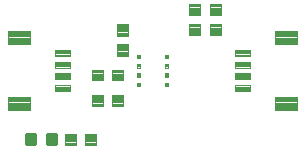
<source format=gtp>
G04 EAGLE Gerber RS-274X export*
G75*
%MOMM*%
%FSLAX34Y34*%
%LPD*%
%INSolderpaste Top*%
%IPPOS*%
%AMOC8*
5,1,8,0,0,1.08239X$1,22.5*%
G01*
%ADD10C,0.096000*%
%ADD11C,0.102000*%
%ADD12C,0.100000*%
%ADD13C,0.300000*%


D10*
X4530Y149480D02*
X4530Y160520D01*
X23570Y160520D01*
X23570Y149480D01*
X4530Y149480D01*
X4530Y150392D02*
X23570Y150392D01*
X23570Y151304D02*
X4530Y151304D01*
X4530Y152216D02*
X23570Y152216D01*
X23570Y153128D02*
X4530Y153128D01*
X4530Y154040D02*
X23570Y154040D01*
X23570Y154952D02*
X4530Y154952D01*
X4530Y155864D02*
X23570Y155864D01*
X23570Y156776D02*
X4530Y156776D01*
X4530Y157688D02*
X23570Y157688D01*
X23570Y158600D02*
X4530Y158600D01*
X4530Y159512D02*
X23570Y159512D01*
X23570Y160424D02*
X4530Y160424D01*
X4530Y104520D02*
X4530Y93480D01*
X4530Y104520D02*
X23570Y104520D01*
X23570Y93480D01*
X4530Y93480D01*
X4530Y94392D02*
X23570Y94392D01*
X23570Y95304D02*
X4530Y95304D01*
X4530Y96216D02*
X23570Y96216D01*
X23570Y97128D02*
X4530Y97128D01*
X4530Y98040D02*
X23570Y98040D01*
X23570Y98952D02*
X4530Y98952D01*
X4530Y99864D02*
X23570Y99864D01*
X23570Y100776D02*
X4530Y100776D01*
X4530Y101688D02*
X23570Y101688D01*
X23570Y102600D02*
X4530Y102600D01*
X4530Y103512D02*
X23570Y103512D01*
X23570Y104424D02*
X4530Y104424D01*
D11*
X44560Y139510D02*
X44560Y144490D01*
X57040Y144490D01*
X57040Y139510D01*
X44560Y139510D01*
X44560Y140479D02*
X57040Y140479D01*
X57040Y141448D02*
X44560Y141448D01*
X44560Y142417D02*
X57040Y142417D01*
X57040Y143386D02*
X44560Y143386D01*
X44560Y144355D02*
X57040Y144355D01*
X44560Y134490D02*
X44560Y129510D01*
X44560Y134490D02*
X57040Y134490D01*
X57040Y129510D01*
X44560Y129510D01*
X44560Y130479D02*
X57040Y130479D01*
X57040Y131448D02*
X44560Y131448D01*
X44560Y132417D02*
X57040Y132417D01*
X57040Y133386D02*
X44560Y133386D01*
X44560Y134355D02*
X57040Y134355D01*
X44560Y124490D02*
X44560Y119510D01*
X44560Y124490D02*
X57040Y124490D01*
X57040Y119510D01*
X44560Y119510D01*
X44560Y120479D02*
X57040Y120479D01*
X57040Y121448D02*
X44560Y121448D01*
X44560Y122417D02*
X57040Y122417D01*
X57040Y123386D02*
X44560Y123386D01*
X44560Y124355D02*
X57040Y124355D01*
X44560Y114490D02*
X44560Y109510D01*
X44560Y114490D02*
X57040Y114490D01*
X57040Y109510D01*
X44560Y109510D01*
X44560Y110479D02*
X57040Y110479D01*
X57040Y111448D02*
X44560Y111448D01*
X44560Y112417D02*
X57040Y112417D01*
X57040Y113386D02*
X44560Y113386D01*
X44560Y114355D02*
X57040Y114355D01*
D10*
X249470Y104520D02*
X249470Y93480D01*
X230430Y93480D01*
X230430Y104520D01*
X249470Y104520D01*
X249470Y94392D02*
X230430Y94392D01*
X230430Y95304D02*
X249470Y95304D01*
X249470Y96216D02*
X230430Y96216D01*
X230430Y97128D02*
X249470Y97128D01*
X249470Y98040D02*
X230430Y98040D01*
X230430Y98952D02*
X249470Y98952D01*
X249470Y99864D02*
X230430Y99864D01*
X230430Y100776D02*
X249470Y100776D01*
X249470Y101688D02*
X230430Y101688D01*
X230430Y102600D02*
X249470Y102600D01*
X249470Y103512D02*
X230430Y103512D01*
X230430Y104424D02*
X249470Y104424D01*
X249470Y149480D02*
X249470Y160520D01*
X249470Y149480D02*
X230430Y149480D01*
X230430Y160520D01*
X249470Y160520D01*
X249470Y150392D02*
X230430Y150392D01*
X230430Y151304D02*
X249470Y151304D01*
X249470Y152216D02*
X230430Y152216D01*
X230430Y153128D02*
X249470Y153128D01*
X249470Y154040D02*
X230430Y154040D01*
X230430Y154952D02*
X249470Y154952D01*
X249470Y155864D02*
X230430Y155864D01*
X230430Y156776D02*
X249470Y156776D01*
X249470Y157688D02*
X230430Y157688D01*
X230430Y158600D02*
X249470Y158600D01*
X249470Y159512D02*
X230430Y159512D01*
X230430Y160424D02*
X249470Y160424D01*
D11*
X209440Y114490D02*
X209440Y109510D01*
X196960Y109510D01*
X196960Y114490D01*
X209440Y114490D01*
X209440Y110479D02*
X196960Y110479D01*
X196960Y111448D02*
X209440Y111448D01*
X209440Y112417D02*
X196960Y112417D01*
X196960Y113386D02*
X209440Y113386D01*
X209440Y114355D02*
X196960Y114355D01*
X209440Y119510D02*
X209440Y124490D01*
X209440Y119510D02*
X196960Y119510D01*
X196960Y124490D01*
X209440Y124490D01*
X209440Y120479D02*
X196960Y120479D01*
X196960Y121448D02*
X209440Y121448D01*
X209440Y122417D02*
X196960Y122417D01*
X196960Y123386D02*
X209440Y123386D01*
X209440Y124355D02*
X196960Y124355D01*
X209440Y129510D02*
X209440Y134490D01*
X209440Y129510D02*
X196960Y129510D01*
X196960Y134490D01*
X209440Y134490D01*
X209440Y130479D02*
X196960Y130479D01*
X196960Y131448D02*
X209440Y131448D01*
X209440Y132417D02*
X196960Y132417D01*
X196960Y133386D02*
X209440Y133386D01*
X209440Y134355D02*
X196960Y134355D01*
X209440Y139510D02*
X209440Y144490D01*
X209440Y139510D02*
X196960Y139510D01*
X196960Y144490D01*
X209440Y144490D01*
X209440Y140479D02*
X196960Y140479D01*
X196960Y141448D02*
X209440Y141448D01*
X209440Y142417D02*
X196960Y142417D01*
X196960Y143386D02*
X209440Y143386D01*
X209440Y144355D02*
X196960Y144355D01*
D12*
X62540Y64080D02*
X52540Y64080D01*
X52540Y73080D01*
X62540Y73080D01*
X62540Y64080D01*
X62540Y65030D02*
X52540Y65030D01*
X52540Y65980D02*
X62540Y65980D01*
X62540Y66930D02*
X52540Y66930D01*
X52540Y67880D02*
X62540Y67880D01*
X62540Y68830D02*
X52540Y68830D01*
X52540Y69780D02*
X62540Y69780D01*
X62540Y70730D02*
X52540Y70730D01*
X52540Y71680D02*
X62540Y71680D01*
X62540Y72630D02*
X52540Y72630D01*
X69540Y64080D02*
X79540Y64080D01*
X69540Y64080D02*
X69540Y73080D01*
X79540Y73080D01*
X79540Y64080D01*
X79540Y65030D02*
X69540Y65030D01*
X69540Y65980D02*
X79540Y65980D01*
X79540Y66930D02*
X69540Y66930D01*
X69540Y67880D02*
X79540Y67880D01*
X79540Y68830D02*
X69540Y68830D01*
X69540Y69780D02*
X79540Y69780D01*
X79540Y70730D02*
X69540Y70730D01*
X69540Y71680D02*
X79540Y71680D01*
X79540Y72630D02*
X69540Y72630D01*
D13*
X27750Y72080D02*
X27750Y65080D01*
X20750Y65080D01*
X20750Y72080D01*
X27750Y72080D01*
X27750Y67930D02*
X20750Y67930D01*
X20750Y70780D02*
X27750Y70780D01*
X45290Y72080D02*
X45290Y65080D01*
X38290Y65080D01*
X38290Y72080D01*
X45290Y72080D01*
X45290Y67930D02*
X38290Y67930D01*
X38290Y70780D02*
X45290Y70780D01*
D12*
X184840Y156680D02*
X184840Y166680D01*
X184840Y156680D02*
X175840Y156680D01*
X175840Y166680D01*
X184840Y166680D01*
X184840Y157630D02*
X175840Y157630D01*
X175840Y158580D02*
X184840Y158580D01*
X184840Y159530D02*
X175840Y159530D01*
X175840Y160480D02*
X184840Y160480D01*
X184840Y161430D02*
X175840Y161430D01*
X175840Y162380D02*
X184840Y162380D01*
X184840Y163330D02*
X175840Y163330D01*
X175840Y164280D02*
X184840Y164280D01*
X184840Y165230D02*
X175840Y165230D01*
X175840Y166180D02*
X184840Y166180D01*
X184840Y173680D02*
X184840Y183680D01*
X184840Y173680D02*
X175840Y173680D01*
X175840Y183680D01*
X184840Y183680D01*
X184840Y174630D02*
X175840Y174630D01*
X175840Y175580D02*
X184840Y175580D01*
X184840Y176530D02*
X175840Y176530D01*
X175840Y177480D02*
X184840Y177480D01*
X184840Y178430D02*
X175840Y178430D01*
X175840Y179380D02*
X184840Y179380D01*
X184840Y180330D02*
X175840Y180330D01*
X175840Y181280D02*
X184840Y181280D01*
X184840Y182230D02*
X175840Y182230D01*
X175840Y183180D02*
X184840Y183180D01*
X167060Y166680D02*
X167060Y156680D01*
X158060Y156680D01*
X158060Y166680D01*
X167060Y166680D01*
X167060Y157630D02*
X158060Y157630D01*
X158060Y158580D02*
X167060Y158580D01*
X167060Y159530D02*
X158060Y159530D01*
X158060Y160480D02*
X167060Y160480D01*
X167060Y161430D02*
X158060Y161430D01*
X158060Y162380D02*
X167060Y162380D01*
X167060Y163330D02*
X158060Y163330D01*
X158060Y164280D02*
X167060Y164280D01*
X167060Y165230D02*
X158060Y165230D01*
X158060Y166180D02*
X167060Y166180D01*
X167060Y173680D02*
X167060Y183680D01*
X167060Y173680D02*
X158060Y173680D01*
X158060Y183680D01*
X167060Y183680D01*
X167060Y174630D02*
X158060Y174630D01*
X158060Y175580D02*
X167060Y175580D01*
X167060Y176530D02*
X158060Y176530D01*
X158060Y177480D02*
X167060Y177480D01*
X167060Y178430D02*
X158060Y178430D01*
X158060Y179380D02*
X167060Y179380D01*
X167060Y180330D02*
X158060Y180330D01*
X158060Y181280D02*
X167060Y181280D01*
X167060Y182230D02*
X158060Y182230D01*
X158060Y183180D02*
X167060Y183180D01*
X140500Y137500D02*
X137500Y137500D01*
X137500Y140500D01*
X140500Y140500D01*
X140500Y137500D01*
X140500Y138450D02*
X137500Y138450D01*
X137500Y139400D02*
X140500Y139400D01*
X140500Y140350D02*
X137500Y140350D01*
X137500Y129500D02*
X140500Y129500D01*
X137500Y129500D02*
X137500Y132500D01*
X140500Y132500D01*
X140500Y129500D01*
X140500Y130450D02*
X137500Y130450D01*
X137500Y131400D02*
X140500Y131400D01*
X140500Y132350D02*
X137500Y132350D01*
X137500Y121500D02*
X140500Y121500D01*
X137500Y121500D02*
X137500Y124500D01*
X140500Y124500D01*
X140500Y121500D01*
X140500Y122450D02*
X137500Y122450D01*
X137500Y123400D02*
X140500Y123400D01*
X140500Y124350D02*
X137500Y124350D01*
X137500Y113500D02*
X140500Y113500D01*
X137500Y113500D02*
X137500Y116500D01*
X140500Y116500D01*
X140500Y113500D01*
X140500Y114450D02*
X137500Y114450D01*
X137500Y115400D02*
X140500Y115400D01*
X140500Y116350D02*
X137500Y116350D01*
X116500Y113500D02*
X113500Y113500D01*
X113500Y116500D01*
X116500Y116500D01*
X116500Y113500D01*
X116500Y114450D02*
X113500Y114450D01*
X113500Y115400D02*
X116500Y115400D01*
X116500Y116350D02*
X113500Y116350D01*
X113500Y121500D02*
X116500Y121500D01*
X113500Y121500D02*
X113500Y124500D01*
X116500Y124500D01*
X116500Y121500D01*
X116500Y122450D02*
X113500Y122450D01*
X113500Y123400D02*
X116500Y123400D01*
X116500Y124350D02*
X113500Y124350D01*
X113500Y129500D02*
X116500Y129500D01*
X113500Y129500D02*
X113500Y132500D01*
X116500Y132500D01*
X116500Y129500D01*
X116500Y130450D02*
X113500Y130450D01*
X113500Y131400D02*
X116500Y131400D01*
X116500Y132350D02*
X113500Y132350D01*
X113500Y137500D02*
X116500Y137500D01*
X113500Y137500D02*
X113500Y140500D01*
X116500Y140500D01*
X116500Y137500D01*
X116500Y138450D02*
X113500Y138450D01*
X113500Y139400D02*
X116500Y139400D01*
X116500Y140350D02*
X113500Y140350D01*
X102400Y127690D02*
X92400Y127690D01*
X102400Y127690D02*
X102400Y118690D01*
X92400Y118690D01*
X92400Y127690D01*
X92400Y119640D02*
X102400Y119640D01*
X102400Y120590D02*
X92400Y120590D01*
X92400Y121540D02*
X102400Y121540D01*
X102400Y122490D02*
X92400Y122490D01*
X92400Y123440D02*
X102400Y123440D01*
X102400Y124390D02*
X92400Y124390D01*
X92400Y125340D02*
X102400Y125340D01*
X102400Y126290D02*
X92400Y126290D01*
X92400Y127240D02*
X102400Y127240D01*
X85400Y127690D02*
X75400Y127690D01*
X85400Y127690D02*
X85400Y118690D01*
X75400Y118690D01*
X75400Y127690D01*
X75400Y119640D02*
X85400Y119640D01*
X85400Y120590D02*
X75400Y120590D01*
X75400Y121540D02*
X85400Y121540D01*
X85400Y122490D02*
X75400Y122490D01*
X75400Y123440D02*
X85400Y123440D01*
X85400Y124390D02*
X75400Y124390D01*
X75400Y125340D02*
X85400Y125340D01*
X85400Y126290D02*
X75400Y126290D01*
X75400Y127240D02*
X85400Y127240D01*
X106100Y139290D02*
X106100Y149290D01*
X106100Y139290D02*
X97100Y139290D01*
X97100Y149290D01*
X106100Y149290D01*
X106100Y140240D02*
X97100Y140240D01*
X97100Y141190D02*
X106100Y141190D01*
X106100Y142140D02*
X97100Y142140D01*
X97100Y143090D02*
X106100Y143090D01*
X106100Y144040D02*
X97100Y144040D01*
X97100Y144990D02*
X106100Y144990D01*
X106100Y145940D02*
X97100Y145940D01*
X97100Y146890D02*
X106100Y146890D01*
X106100Y147840D02*
X97100Y147840D01*
X97100Y148790D02*
X106100Y148790D01*
X106100Y156290D02*
X106100Y166290D01*
X106100Y156290D02*
X97100Y156290D01*
X97100Y166290D01*
X106100Y166290D01*
X106100Y157240D02*
X97100Y157240D01*
X97100Y158190D02*
X106100Y158190D01*
X106100Y159140D02*
X97100Y159140D01*
X97100Y160090D02*
X106100Y160090D01*
X106100Y161040D02*
X97100Y161040D01*
X97100Y161990D02*
X106100Y161990D01*
X106100Y162940D02*
X97100Y162940D01*
X97100Y163890D02*
X106100Y163890D01*
X106100Y164840D02*
X97100Y164840D01*
X97100Y165790D02*
X106100Y165790D01*
X85400Y97100D02*
X75400Y97100D01*
X75400Y106100D01*
X85400Y106100D01*
X85400Y97100D01*
X85400Y98050D02*
X75400Y98050D01*
X75400Y99000D02*
X85400Y99000D01*
X85400Y99950D02*
X75400Y99950D01*
X75400Y100900D02*
X85400Y100900D01*
X85400Y101850D02*
X75400Y101850D01*
X75400Y102800D02*
X85400Y102800D01*
X85400Y103750D02*
X75400Y103750D01*
X75400Y104700D02*
X85400Y104700D01*
X85400Y105650D02*
X75400Y105650D01*
X92400Y97100D02*
X102400Y97100D01*
X92400Y97100D02*
X92400Y106100D01*
X102400Y106100D01*
X102400Y97100D01*
X102400Y98050D02*
X92400Y98050D01*
X92400Y99000D02*
X102400Y99000D01*
X102400Y99950D02*
X92400Y99950D01*
X92400Y100900D02*
X102400Y100900D01*
X102400Y101850D02*
X92400Y101850D01*
X92400Y102800D02*
X102400Y102800D01*
X102400Y103750D02*
X92400Y103750D01*
X92400Y104700D02*
X102400Y104700D01*
X102400Y105650D02*
X92400Y105650D01*
M02*

</source>
